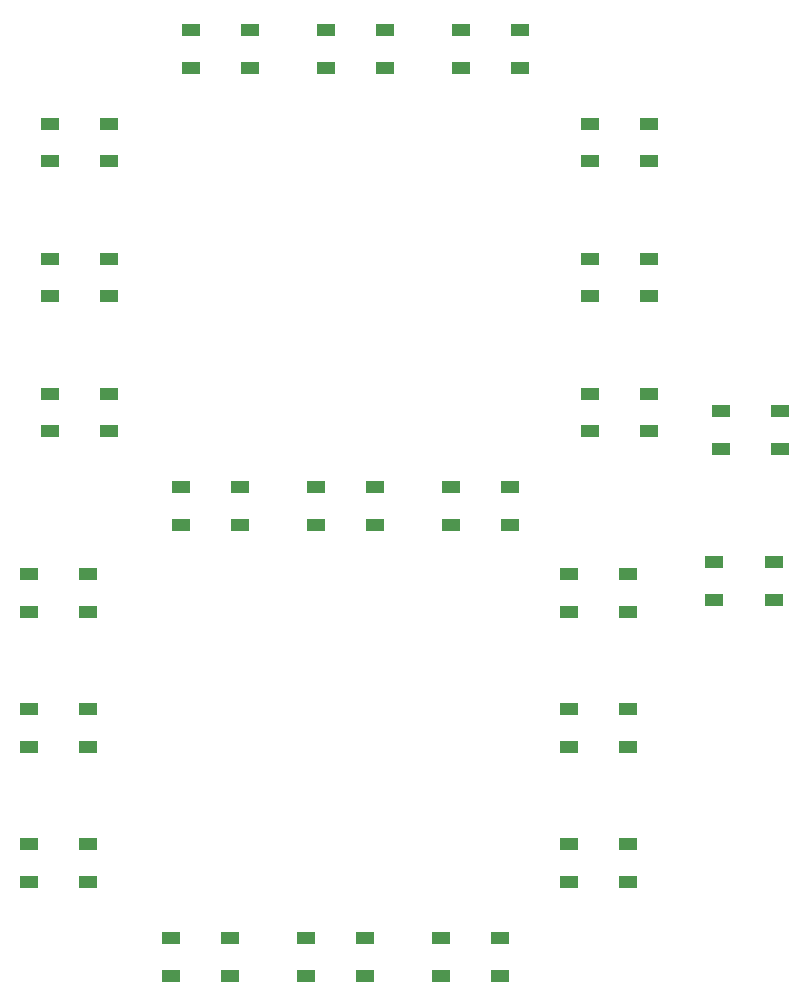
<source format=gbr>
G04 #@! TF.GenerationSoftware,KiCad,Pcbnew,(5.0.0)*
G04 #@! TF.CreationDate,2020-08-08T12:19:43-04:00*
G04 #@! TF.ProjectId,WS2812 Clock,57533238313220436C6F636B2E6B6963,rev?*
G04 #@! TF.SameCoordinates,Original*
G04 #@! TF.FileFunction,Paste,Top*
G04 #@! TF.FilePolarity,Positive*
%FSLAX46Y46*%
G04 Gerber Fmt 4.6, Leading zero omitted, Abs format (unit mm)*
G04 Created by KiCad (PCBNEW (5.0.0)) date 08/08/20 12:19:43*
%MOMM*%
%LPD*%
G01*
G04 APERTURE LIST*
%ADD10R,1.600000X1.000000*%
G04 APERTURE END LIST*
D10*
G04 #@! TO.C,U1*
X177880000Y-102540000D03*
X177880000Y-105740000D03*
X182880000Y-102540000D03*
X182880000Y-105740000D03*
G04 #@! TD*
G04 #@! TO.C,U2*
X182840000Y-94310000D03*
X182840000Y-91110000D03*
X177840000Y-94310000D03*
X177840000Y-91110000D03*
G04 #@! TD*
G04 #@! TO.C,U3*
X182840000Y-82880000D03*
X182840000Y-79680000D03*
X177840000Y-82880000D03*
X177840000Y-79680000D03*
G04 #@! TD*
G04 #@! TO.C,U4*
X179618000Y-64389200D03*
X179618000Y-67589200D03*
X184618000Y-64389200D03*
X184618000Y-67589200D03*
G04 #@! TD*
G04 #@! TO.C,U5*
X184658000Y-56159200D03*
X184658000Y-52959200D03*
X179658000Y-56159200D03*
X179658000Y-52959200D03*
G04 #@! TD*
G04 #@! TO.C,U6*
X179658000Y-41529200D03*
X179658000Y-44729200D03*
X184658000Y-41529200D03*
X184658000Y-44729200D03*
G04 #@! TD*
G04 #@! TO.C,U7*
X196556000Y-36804400D03*
X196556000Y-33604400D03*
X191556000Y-36804400D03*
X191556000Y-33604400D03*
G04 #@! TD*
G04 #@! TO.C,U8*
X207986000Y-36804400D03*
X207986000Y-33604400D03*
X202986000Y-36804400D03*
X202986000Y-33604400D03*
G04 #@! TD*
G04 #@! TO.C,U9*
X219416000Y-36804400D03*
X219416000Y-33604400D03*
X214416000Y-36804400D03*
X214416000Y-33604400D03*
G04 #@! TD*
G04 #@! TO.C,U10*
X225338000Y-41529200D03*
X225338000Y-44729200D03*
X230338000Y-41529200D03*
X230338000Y-44729200D03*
G04 #@! TD*
G04 #@! TO.C,U11*
X225338000Y-52959200D03*
X225338000Y-56159200D03*
X230338000Y-52959200D03*
X230338000Y-56159200D03*
G04 #@! TD*
G04 #@! TO.C,U12*
X230338000Y-67589200D03*
X230338000Y-64389200D03*
X225338000Y-67589200D03*
X225338000Y-64389200D03*
G04 #@! TD*
G04 #@! TO.C,U13*
X223560000Y-79680000D03*
X223560000Y-82880000D03*
X228560000Y-79680000D03*
X228560000Y-82880000D03*
G04 #@! TD*
G04 #@! TO.C,U14*
X228560000Y-94310000D03*
X228560000Y-91110000D03*
X223560000Y-94310000D03*
X223560000Y-91110000D03*
G04 #@! TD*
G04 #@! TO.C,U15*
X223560000Y-102540000D03*
X223560000Y-105740000D03*
X228560000Y-102540000D03*
X228560000Y-105740000D03*
G04 #@! TD*
G04 #@! TO.C,U16*
X217739600Y-113715600D03*
X217739600Y-110515600D03*
X212739600Y-113715600D03*
X212739600Y-110515600D03*
G04 #@! TD*
G04 #@! TO.C,U17*
X206309600Y-113715600D03*
X206309600Y-110515600D03*
X201309600Y-113715600D03*
X201309600Y-110515600D03*
G04 #@! TD*
G04 #@! TO.C,U18*
X189879600Y-110515600D03*
X189879600Y-113715600D03*
X194879600Y-110515600D03*
X194879600Y-113715600D03*
G04 #@! TD*
G04 #@! TO.C,U19*
X195692400Y-75514000D03*
X195692400Y-72314000D03*
X190692400Y-75514000D03*
X190692400Y-72314000D03*
G04 #@! TD*
G04 #@! TO.C,U20*
X202122400Y-72314000D03*
X202122400Y-75514000D03*
X207122400Y-72314000D03*
X207122400Y-75514000D03*
G04 #@! TD*
G04 #@! TO.C,U21*
X213552400Y-72314000D03*
X213552400Y-75514000D03*
X218552400Y-72314000D03*
X218552400Y-75514000D03*
G04 #@! TD*
G04 #@! TO.C,U22*
X240900000Y-81890000D03*
X240900000Y-78690000D03*
X235900000Y-81890000D03*
X235900000Y-78690000D03*
G04 #@! TD*
G04 #@! TO.C,U23*
X236458800Y-65888400D03*
X236458800Y-69088400D03*
X241458800Y-65888400D03*
X241458800Y-69088400D03*
G04 #@! TD*
M02*

</source>
